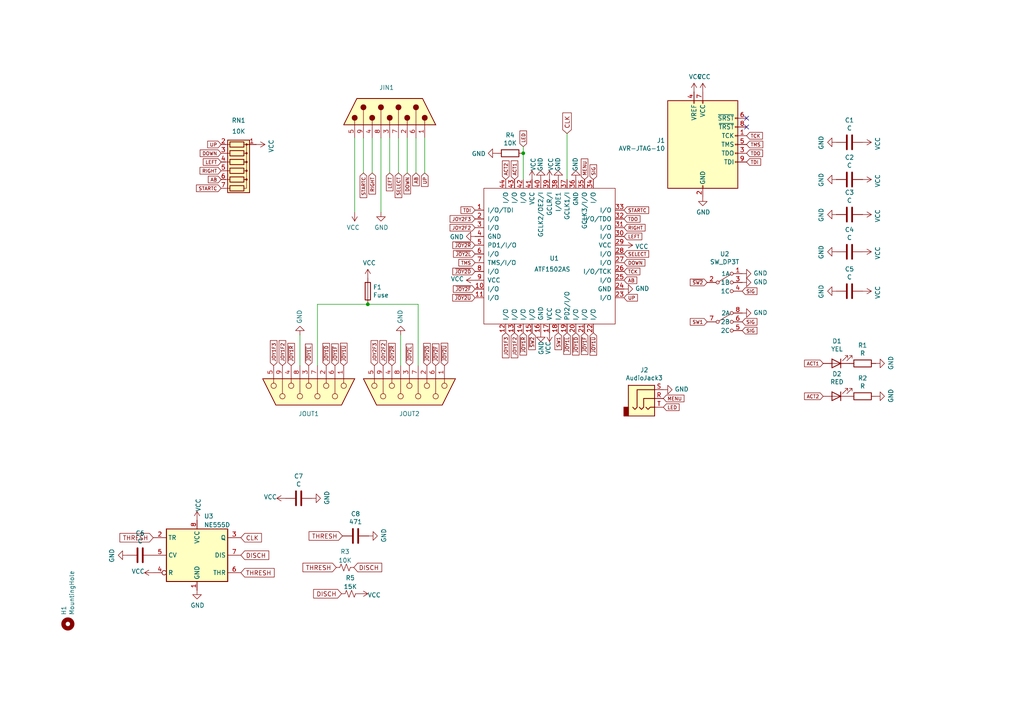
<source format=kicad_sch>
(kicad_sch (version 20230121) (generator eeschema)
  (paper "A4")
  (lib_symbols
    (symbol "Connector:AVR-JTAG-10" (pin_names (offset 1.016))
      (property "Reference" "J" (at -8.89 13.97 0))
      (property "Value" "AVR-JTAG-10" (at 1.27 13.97 0))
      (symbol "AVR-JTAG-10_0_1"
        (rectangle (start -2.667 12.7) (end -2.413 11.938))
        (rectangle (start -0.127 -11.938) (end 0.127 -12.7))
        (rectangle (start -0.127 12.7) (end 0.127 11.938))
        (rectangle (start 10.16 -4.953) (end 9.398 -5.207))
        (rectangle (start 10.16 -2.413) (end 9.398 -2.667))
        (rectangle (start 10.16 0.127) (end 9.398 -0.127))
        (rectangle (start 10.16 2.667) (end 9.398 2.413))
        (rectangle (start 10.16 5.207) (end 9.398 4.953))
        (rectangle (start 10.16 7.747) (end 9.398 7.493))
        (rectangle (start 10.16 12.7) (end -10.16 -12.7) (stroke (width 0.254)) (fill (type background)))
      )
      (symbol "AVR-JTAG-10_1_1"
        (pin passive line (at 12.7 2.54 180) (length 2.54) (name "TCK") (number "1"))
        (pin passive line (at 0 -15.24 90) (length 2.54) hide (name "GND") (number "10"))
        (pin passive line (at 0 -15.24 90) (length 2.54) (name "GND") (number "2"))
        (pin passive line (at 12.7 -2.54 180) (length 2.54) (name "TDO") (number "3"))
        (pin passive line (at -2.54 15.24 270) (length 2.54) (name "VREF") (number "4"))
        (pin passive line (at 12.7 0 180) (length 2.54) (name "TMS") (number "5"))
        (pin passive line (at 12.7 7.62 180) (length 2.54) (name "~{SRST}") (number "6"))
        (pin passive line (at 0 15.24 270) (length 2.54) (name "VCC") (number "7"))
        (pin passive line (at 12.7 5.08 180) (length 2.54) (name "~{TRST}") (number "8"))
        (pin passive line (at 12.7 -5.08 180) (length 2.54) (name "TDI") (number "9"))
      )
    )
    (symbol "Connector:AudioJack3"
      (property "Reference" "J" (at 0 8.89 0))
      (property "Value" "AudioJack3" (at 0 6.35 0))
      (symbol "AudioJack3_0_1"
        (rectangle (start -5.08 -5.08) (end -6.35 -2.54) (stroke (width 0.254)) (fill (type outline)))
        (polyline (pts (xy 0 -2.54) (xy 0.635 -3.175) (xy 1.27 -2.54) (xy 2.54 -2.54)) (stroke (width 0.254)))
        (polyline (pts (xy -1.905 -2.54) (xy -1.27 -3.175) (xy -0.635 -2.54) (xy -0.635 0) (xy 2.54 0)) (stroke (width 0.254)))
        (polyline (pts (xy 2.54 2.54) (xy -2.54 2.54) (xy -2.54 -2.54) (xy -3.175 -3.175) (xy -3.81 -2.54)) (stroke (width 0.254)))
        (rectangle (start 2.54 3.81) (end -5.08 -5.08) (stroke (width 0.254)) (fill (type background)))
      )
      (symbol "AudioJack3_1_1"
        (pin passive line (at 5.08 0 180) (length 2.54) (name "~") (number "R"))
        (pin passive line (at 5.08 2.54 180) (length 2.54) (name "~") (number "S"))
        (pin passive line (at 5.08 -2.54 180) (length 2.54) (name "~") (number "T"))
      )
    )
    (symbol "Connector:DB9_Female" (pin_names (offset 1.016) hide)
      (property "Reference" "J" (at 0 13.97 0))
      (property "Value" "DB9_Female" (at 0 -14.605 0))
      (symbol "DB9_Female_0_1"
        (circle (center -1.778 -10.16) (radius 0.762))
        (circle (center -1.778 -5.08) (radius 0.762))
        (circle (center -1.778 0) (radius 0.762))
        (circle (center -1.778 5.08) (radius 0.762))
        (circle (center -1.778 10.16) (radius 0.762))
        (polyline (pts (xy -3.81 -10.16) (xy -2.54 -10.16)))
        (polyline (pts (xy -3.81 -7.62) (xy 0.508 -7.62)))
        (polyline (pts (xy -3.81 -5.08) (xy -2.54 -5.08)))
        (polyline (pts (xy -3.81 -2.54) (xy 0.508 -2.54)))
        (polyline (pts (xy -3.81 0) (xy -2.54 0)))
        (polyline (pts (xy -3.81 2.54) (xy 0.508 2.54)))
        (polyline (pts (xy -3.81 5.08) (xy -2.54 5.08)))
        (polyline (pts (xy -3.81 7.62) (xy 0.508 7.62)))
        (polyline (pts (xy -3.81 10.16) (xy -2.54 10.16)))
        (polyline (pts (xy -3.81 13.335) (xy -3.81 -13.335) (xy 3.81 -9.525) (xy 3.81 9.525) (xy -3.81 13.335)) (stroke (width 0.254)) (fill (type background)))
        (circle (center 1.27 -7.62) (radius 0.762))
        (circle (center 1.27 -2.54) (radius 0.762))
        (circle (center 1.27 2.54) (radius 0.762))
        (circle (center 1.27 7.62) (radius 0.762))
      )
      (symbol "DB9_Female_1_1"
        (pin passive line (at -7.62 10.16 0) (length 3.81) (name "1") (number "1"))
        (pin passive line (at -7.62 5.08 0) (length 3.81) (name "2") (number "2"))
        (pin passive line (at -7.62 0 0) (length 3.81) (name "3") (number "3"))
        (pin passive line (at -7.62 -5.08 0) (length 3.81) (name "4") (number "4"))
        (pin passive line (at -7.62 -10.16 0) (length 3.81) (name "5") (number "5"))
        (pin passive line (at -7.62 7.62 0) (length 3.81) (name "6") (number "6"))
        (pin passive line (at -7.62 2.54 0) (length 3.81) (name "7") (number "7"))
        (pin passive line (at -7.62 -2.54 0) (length 3.81) (name "8") (number "8"))
        (pin passive line (at -7.62 -7.62 0) (length 3.81) (name "9") (number "9"))
      )
    )
    (symbol "Connector:DB9_Male" (pin_names (offset 1.016) hide)
      (property "Reference" "J" (at 0 13.97 0))
      (property "Value" "DB9_Male" (at 0 -14.605 0))
      (symbol "DB9_Male_0_1"
        (circle (center -1.778 -10.16) (radius 0.762) (fill (type outline)))
        (circle (center -1.778 -5.08) (radius 0.762) (fill (type outline)))
        (circle (center -1.778 0) (radius 0.762) (fill (type outline)))
        (circle (center -1.778 5.08) (radius 0.762) (fill (type outline)))
        (circle (center -1.778 10.16) (radius 0.762) (fill (type outline)))
        (polyline (pts (xy -3.81 -10.16) (xy -2.54 -10.16)))
        (polyline (pts (xy -3.81 -7.62) (xy 0.508 -7.62)))
        (polyline (pts (xy -3.81 -5.08) (xy -2.54 -5.08)))
        (polyline (pts (xy -3.81 -2.54) (xy 0.508 -2.54)))
        (polyline (pts (xy -3.81 0) (xy -2.54 0)))
        (polyline (pts (xy -3.81 2.54) (xy 0.508 2.54)))
        (polyline (pts (xy -3.81 5.08) (xy -2.54 5.08)))
        (polyline (pts (xy -3.81 7.62) (xy 0.508 7.62)))
        (polyline (pts (xy -3.81 10.16) (xy -2.54 10.16)))
        (polyline (pts (xy -3.81 -13.335) (xy -3.81 13.335) (xy 3.81 9.525) (xy 3.81 -9.525) (xy -3.81 -13.335)) (stroke (width 0.254)) (fill (type background)))
        (circle (center 1.27 -7.62) (radius 0.762) (fill (type outline)))
        (circle (center 1.27 -2.54) (radius 0.762) (fill (type outline)))
        (circle (center 1.27 2.54) (radius 0.762) (fill (type outline)))
        (circle (center 1.27 7.62) (radius 0.762) (fill (type outline)))
      )
      (symbol "DB9_Male_1_1"
        (pin passive line (at -7.62 -10.16 0) (length 3.81) (name "1") (number "1"))
        (pin passive line (at -7.62 -5.08 0) (length 3.81) (name "2") (number "2"))
        (pin passive line (at -7.62 0 0) (length 3.81) (name "3") (number "3"))
        (pin passive line (at -7.62 5.08 0) (length 3.81) (name "4") (number "4"))
        (pin passive line (at -7.62 10.16 0) (length 3.81) (name "5") (number "5"))
        (pin passive line (at -7.62 -7.62 0) (length 3.81) (name "6") (number "6"))
        (pin passive line (at -7.62 -2.54 0) (length 3.81) (name "7") (number "7"))
        (pin passive line (at -7.62 2.54 0) (length 3.81) (name "8") (number "8"))
        (pin passive line (at -7.62 7.62 0) (length 3.81) (name "9") (number "9"))
      )
    )
    (symbol "Device:C" (pin_numbers hide) (pin_names (offset 0.254))
      (property "Reference" "C" (at 0.635 2.54 0))
      (property "Value" "C" (at 0.635 -2.54 0))
      (symbol "C_0_1"
        (polyline (pts (xy -2.032 -0.762) (xy 2.032 -0.762)) (stroke (width 0.508)))
        (polyline (pts (xy -2.032 0.762) (xy 2.032 0.762)) (stroke (width 0.508)))
      )
      (symbol "C_1_1"
        (pin passive line (at 0 3.81 270) (length 2.794) (name "~") (number "1"))
        (pin passive line (at 0 -3.81 90) (length 2.794) (name "~") (number "2"))
      )
    )
    (symbol "Device:Fuse" (pin_numbers hide) (pin_names (offset 0))
      (property "Reference" "F" (at 2.032 0 90))
      (property "Value" "Fuse" (at -1.905 0 90))
      (symbol "Fuse_0_1"
        (rectangle (start -0.762 -2.54) (end 0.762 2.54) (stroke (width 0.254)))
        (polyline (pts (xy 0 2.54) (xy 0 -2.54)))
      )
      (symbol "Fuse_1_1"
        (pin passive line (at 0 3.81 270) (length 1.27) (name "~") (number "1"))
        (pin passive line (at 0 -3.81 90) (length 1.27) (name "~") (number "2"))
      )
    )
    (symbol "Device:LED" (pin_numbers hide) (pin_names (offset 1.016) hide)
      (property "Reference" "D" (at 0 2.54 0))
      (property "Value" "LED" (at 0 -2.54 0))
      (symbol "LED_0_1"
        (polyline (pts (xy -1.27 -1.27) (xy -1.27 1.27)) (stroke (width 0.254)))
        (polyline (pts (xy -1.27 0) (xy 1.27 0)))
        (polyline (pts (xy 1.27 -1.27) (xy 1.27 1.27) (xy -1.27 0) (xy 1.27 -1.27)) (stroke (width 0.254)))
        (polyline (pts (xy -3.048 -0.762) (xy -4.572 -2.286) (xy -3.81 -2.286) (xy -4.572 -2.286) (xy -4.572 -1.524)))
        (polyline (pts (xy -1.778 -0.762) (xy -3.302 -2.286) (xy -2.54 -2.286) (xy -3.302 -2.286) (xy -3.302 -1.524)))
      )
      (symbol "LED_1_1"
        (pin passive line (at -3.81 0 0) (length 2.54) (name "K") (number "1"))
        (pin passive line (at 3.81 0 180) (length 2.54) (name "A") (number "2"))
      )
    )
    (symbol "Device:R" (pin_numbers hide) (pin_names (offset 0))
      (property "Reference" "R" (at 2.032 0 90))
      (property "Value" "R" (at 0 0 90))
      (symbol "R_0_1"
        (rectangle (start -1.016 -2.54) (end 1.016 2.54) (stroke (width 0.254)))
      )
      (symbol "R_1_1"
        (pin passive line (at 0 3.81 270) (length 1.27) (name "~") (number "1"))
        (pin passive line (at 0 -3.81 90) (length 1.27) (name "~") (number "2"))
      )
    )
    (symbol "Device:R_Network06" (pin_names (offset 0) hide)
      (property "Reference" "RN" (at -10.16 0 90))
      (property "Value" "R_Network06" (at 7.62 0 90))
      (symbol "R_Network06_0_1"
        (rectangle (start -8.89 -3.175) (end 6.35 3.175) (stroke (width 0.254)) (fill (type background)))
        (rectangle (start -8.382 1.524) (end -6.858 -2.54) (stroke (width 0.254)))
        (circle (center -7.62 2.286) (radius 0.254) (fill (type outline)))
        (rectangle (start -5.842 1.524) (end -4.318 -2.54) (stroke (width 0.254)))
        (circle (center -5.08 2.286) (radius 0.254) (fill (type outline)))
        (rectangle (start -3.302 1.524) (end -1.778 -2.54) (stroke (width 0.254)))
        (circle (center -2.54 2.286) (radius 0.254) (fill (type outline)))
        (rectangle (start -0.762 1.524) (end 0.762 -2.54) (stroke (width 0.254)))
        (polyline (pts (xy -7.62 -2.54) (xy -7.62 -3.81)))
        (polyline (pts (xy -5.08 -2.54) (xy -5.08 -3.81)))
        (polyline (pts (xy -2.54 -2.54) (xy -2.54 -3.81)))
        (polyline (pts (xy 0 -2.54) (xy 0 -3.81)))
        (polyline (pts (xy 2.54 -2.54) (xy 2.54 -3.81)))
        (polyline (pts (xy 5.08 -2.54) (xy 5.08 -3.81)))
        (polyline (pts (xy -7.62 1.524) (xy -7.62 2.286) (xy -5.08 2.286) (xy -5.08 1.524)))
        (polyline (pts (xy -5.08 1.524) (xy -5.08 2.286) (xy -2.54 2.286) (xy -2.54 1.524)))
        (polyline (pts (xy -2.54 1.524) (xy -2.54 2.286) (xy 0 2.286) (xy 0 1.524)))
        (polyline (pts (xy 0 1.524) (xy 0 2.286) (xy 2.54 2.286) (xy 2.54 1.524)))
        (polyline (pts (xy 2.54 1.524) (xy 2.54 2.286) (xy 5.08 2.286) (xy 5.08 1.524)))
        (circle (center 0 2.286) (radius 0.254) (fill (type outline)))
        (rectangle (start 1.778 1.524) (end 3.302 -2.54) (stroke (width 0.254)))
        (circle (center 2.54 2.286) (radius 0.254) (fill (type outline)))
        (rectangle (start 4.318 1.524) (end 5.842 -2.54) (stroke (width 0.254)))
      )
      (symbol "R_Network06_1_1"
        (pin passive line (at -7.62 5.08 270) (length 2.54) (name "common") (number "1"))
        (pin passive line (at -7.62 -5.08 90) (length 1.27) (name "R1") (number "2"))
        (pin passive line (at -5.08 -5.08 90) (length 1.27) (name "R2") (number "3"))
        (pin passive line (at -2.54 -5.08 90) (length 1.27) (name "R3") (number "4"))
        (pin passive line (at 0 -5.08 90) (length 1.27) (name "R4") (number "5"))
        (pin passive line (at 2.54 -5.08 90) (length 1.27) (name "R5") (number "6"))
        (pin passive line (at 5.08 -5.08 90) (length 1.27) (name "R6") (number "7"))
      )
    )
    (symbol "Device:R_Small_US" (pin_numbers hide) (pin_names (offset 0.254) hide)
      (property "Reference" "R" (at 0.762 0.508 0))
      (property "Value" "R_Small_US" (at 0.762 -1.016 0))
      (symbol "R_Small_US_1_1"
        (polyline (pts (xy 0 0) (xy 1.016 -0.381) (xy 0 -0.762) (xy -1.016 -1.143) (xy 0 -1.524)))
        (polyline (pts (xy 0 1.524) (xy 1.016 1.143) (xy 0 0.762) (xy -1.016 0.381) (xy 0 0)))
        (pin passive line (at 0 2.54 270) (length 1.016) (name "~") (number "1"))
        (pin passive line (at 0 -2.54 90) (length 1.016) (name "~") (number "2"))
      )
    )
    (symbol "Mechanical:MountingHole" (pin_names (offset 1.016))
      (property "Reference" "H" (at 0 5.08 0))
      (property "Value" "MountingHole" (at 0 3.175 0))
      (symbol "MountingHole_0_1"
        (circle (center 0 0) (radius 1.27) (stroke (width 1.27)))
      )
    )
    (symbol "Timer:NE555D"
      (property "Reference" "U" (at -10.16 8.89 0))
      (property "Value" "NE555D" (at 2.54 8.89 0))
      (symbol "NE555D_0_0"
        (pin power_in line (at 0 -10.16 90) (length 2.54) (name "GND") (number "1"))
        (pin power_in line (at 0 10.16 270) (length 2.54) (name "VCC") (number "8"))
      )
      (symbol "NE555D_0_1"
        (rectangle (start -8.89 -7.62) (end 8.89 7.62) (stroke (width 0.254)) (fill (type background)))
        (rectangle (start -8.89 -7.62) (end 8.89 7.62) (stroke (width 0.254)) (fill (type background)))
      )
      (symbol "NE555D_1_1"
        (pin input line (at -12.7 5.08 0) (length 3.81) (name "TR") (number "2"))
        (pin output line (at 12.7 5.08 180) (length 3.81) (name "Q") (number "3"))
        (pin input inverted (at -12.7 -5.08 0) (length 3.81) (name "R") (number "4"))
        (pin input line (at -12.7 0 0) (length 3.81) (name "CV") (number "5"))
        (pin input line (at 12.7 -5.08 180) (length 3.81) (name "THR") (number "6"))
        (pin input line (at 12.7 0 180) (length 3.81) (name "DIS") (number "7"))
      )
    )
    (symbol "atf1502as:ATF1502AS" (pin_names (offset 1.016))
      (property "Reference" "U" (at 19.05 17.78 0))
      (property "Value" "ATF1502AS" (at 19.05 15.24 0))
      (symbol "ATF1502AS_0_1"
        (rectangle (start 0 0) (end 38.1 -39.37))
      )
      (symbol "ATF1502AS_1_1"
        (pin bidirectional line (at -2.54 -6.35 0) (length 2.54) (name "I/O/TDI") (number "1"))
        (pin bidirectional line (at -2.54 -29.21 0) (length 2.54) (name "I/O") (number "10"))
        (pin bidirectional line (at -2.54 -31.75 0) (length 2.54) (name "I/O") (number "11"))
        (pin bidirectional line (at 6.35 -41.91 90) (length 2.54) (name "I/O") (number "12"))
        (pin bidirectional line (at 8.89 -41.91 90) (length 2.54) (name "I/O") (number "13"))
        (pin bidirectional line (at 11.43 -41.91 90) (length 2.54) (name "I/O") (number "14"))
        (pin bidirectional line (at 13.97 -41.91 90) (length 2.54) (name "I/O") (number "15"))
        (pin passive line (at 16.51 -41.91 90) (length 2.54) (name "GND") (number "16"))
        (pin passive line (at 19.05 -41.91 90) (length 2.54) (name "VCC") (number "17"))
        (pin bidirectional line (at 21.59 -41.91 90) (length 2.54) (name "I/O") (number "18"))
        (pin bidirectional line (at 24.13 -41.91 90) (length 2.54) (name "PD2/I/O") (number "19"))
        (pin bidirectional line (at -2.54 -8.89 0) (length 2.54) (name "I/O") (number "2"))
        (pin bidirectional line (at 26.67 -41.91 90) (length 2.54) (name "I/O") (number "20"))
        (pin bidirectional line (at 29.21 -41.91 90) (length 2.54) (name "I/O") (number "21"))
        (pin bidirectional line (at 31.75 -41.91 90) (length 2.54) (name "I/O") (number "22"))
        (pin bidirectional line (at 40.64 -31.75 180) (length 2.54) (name "I/O") (number "23"))
        (pin passive line (at 40.64 -29.21 180) (length 2.54) (name "GND") (number "24"))
        (pin bidirectional line (at 40.64 -26.67 180) (length 2.54) (name "I/O") (number "25"))
        (pin bidirectional line (at 40.64 -24.13 180) (length 2.54) (name "I/O/TCK") (number "26"))
        (pin bidirectional line (at 40.64 -21.59 180) (length 2.54) (name "I/O") (number "27"))
        (pin bidirectional line (at 40.64 -19.05 180) (length 2.54) (name "I/O") (number "28"))
        (pin passive line (at 40.64 -16.51 180) (length 2.54) (name "VCC") (number "29"))
        (pin bidirectional line (at -2.54 -11.43 0) (length 2.54) (name "I/O") (number "3"))
        (pin bidirectional line (at 40.64 -13.97 180) (length 2.54) (name "I/O") (number "30"))
        (pin bidirectional line (at 40.64 -11.43 180) (length 2.54) (name "I/O") (number "31"))
        (pin bidirectional line (at 40.64 -8.89 180) (length 2.54) (name "I/O/TDO") (number "32"))
        (pin bidirectional line (at 40.64 -6.35 180) (length 2.54) (name "I/O") (number "33"))
        (pin bidirectional line (at 31.75 2.54 270) (length 2.54) (name "I/O") (number "34"))
        (pin bidirectional line (at 29.21 2.54 270) (length 2.54) (name "GCLK3/I/O") (number "35"))
        (pin passive line (at 26.67 2.54 270) (length 2.54) (name "GND") (number "36"))
        (pin input line (at 24.13 2.54 270) (length 2.54) (name "GCLK1/I") (number "37"))
        (pin input line (at 21.59 2.54 270) (length 2.54) (name "I/OE1") (number "38"))
        (pin input line (at 19.05 2.54 270) (length 2.54) (name "GCLR/I") (number "39"))
        (pin passive line (at -2.54 -13.97 0) (length 2.54) (name "GND") (number "4"))
        (pin input line (at 16.51 2.54 270) (length 2.54) (name "GCLK2/OE2/I") (number "40"))
        (pin passive line (at 13.97 2.54 270) (length 2.54) (name "VCC") (number "41"))
        (pin bidirectional line (at 11.43 2.54 270) (length 2.54) (name "I/O") (number "42"))
        (pin bidirectional line (at 8.89 2.54 270) (length 2.54) (name "I/O") (number "43"))
        (pin bidirectional line (at 6.35 2.54 270) (length 2.54) (name "I/O") (number "44"))
        (pin bidirectional line (at -2.54 -16.51 0) (length 2.54) (name "PD1/I/O") (number "5"))
        (pin bidirectional line (at -2.54 -19.05 0) (length 2.54) (name "I/O") (number "6"))
        (pin bidirectional line (at -2.54 -21.59 0) (length 2.54) (name "TMS/I/O") (number "7"))
        (pin bidirectional line (at -2.54 -24.13 0) (length 2.54) (name "I/O") (number "8"))
        (pin passive line (at -2.54 -26.67 0) (length 2.54) (name "VCC") (number "9"))
      )
    )
    (symbol "power:GND" (power) (pin_names (offset 0))
      (property "Value" "GND" (at 0 -3.81 0))
      (symbol "GND_0_1"
        (polyline (pts (xy 0 0) (xy 0 -1.27) (xy 1.27 -1.27) (xy 0 -2.54) (xy -1.27 -1.27) (xy 0 -1.27)))
      )
      (symbol "GND_1_1"
        (pin power_in line (at 0 0 270) (length 0) hide (name "GND") (number "1"))
      )
    )
    (symbol "power:VCC" (power) (pin_names (offset 0))
      (property "Value" "VCC" (at 0 3.81 0))
      (symbol "VCC_0_1"
        (polyline (pts (xy -0.762 1.27) (xy 0 2.54)))
        (polyline (pts (xy 0 0) (xy 0 2.54)))
        (polyline (pts (xy 0 2.54) (xy 0.762 1.27)))
      )
      (symbol "VCC_1_1"
        (pin power_in line (at 0 0 90) (length 0) hide (name "VCC") (number "1"))
      )
    )
    (symbol "symbols:SW_DP3T" (pin_names (offset 1.016))
      (property "Reference" "U" (at 0 0 0))
      (property "Value" "SW_DP3T" (at 0 -2.54 0))
      (symbol "SW_DP3T_0_1"
        (circle (center -2.032 -22.86) (radius 0.4572))
        (circle (center -2.032 -11.43) (radius 0.4572))
        (polyline (pts (xy -1.651 -22.606) (xy 1.651 -20.574)))
        (polyline (pts (xy -1.651 -11.176) (xy 1.651 -9.144)))
        (circle (center 2.032 -25.4) (radius 0.4572))
        (circle (center 2.032 -22.86) (radius 0.4572))
        (circle (center 2.032 -20.32) (radius 0.4572))
        (circle (center 2.032 -13.97) (radius 0.4572))
        (circle (center 2.032 -11.43) (radius 0.4572))
        (circle (center 2.032 -8.89) (radius 0.4572))
        (pin passive line (at 5.08 -8.89 180) (length 2.54) (name "1A") (number "1"))
        (pin passive line (at -5.08 -11.43 0) (length 2.54) (name "~") (number "2"))
        (pin passive line (at 5.08 -11.43 180) (length 2.54) (name "1B") (number "3"))
        (pin passive line (at 5.08 -13.97 180) (length 2.54) (name "1C") (number "4"))
        (pin passive line (at 5.08 -25.4 180) (length 2.54) (name "2C") (number "5"))
        (pin passive line (at 5.08 -22.86 180) (length 2.54) (name "2B") (number "6"))
        (pin passive line (at -5.08 -22.86 0) (length 2.54) (name "~") (number "7"))
        (pin passive line (at 5.08 -20.32 180) (length 2.54) (name "2A") (number "8"))
      )
    )
  )
  (junction (at 151.765 44.45))
  (junction (at 106.68 88.265))
  (no_connect (at 216.535 34.29))
  (no_connect (at 216.535 36.83))
  (wire (pts (xy 151.765 42.545) (xy 151.765 44.45)))
  (wire (pts (xy 86.995 97.155) (xy 86.995 106.045)))
  (wire (pts (xy 118.11 40.005) (xy 118.11 50.165)))
  (wire (pts (xy 107.95 40.005) (xy 107.95 50.165)))
  (wire (pts (xy 115.57 40.005) (xy 115.57 50.165)))
  (wire (pts (xy 151.765 44.45) (xy 151.765 52.07)))
  (wire (pts (xy 121.285 88.265) (xy 106.68 88.265)))
  (wire (pts (xy 92.075 88.265) (xy 92.075 106.045)))
  (wire (pts (xy 106.68 88.265) (xy 92.075 88.265)))
  (wire (pts (xy 123.19 40.005) (xy 123.19 50.165)))
  (wire (pts (xy 116.205 97.155) (xy 116.205 106.045)))
  (wire (pts (xy 164.465 38.735) (xy 164.465 52.07)))
  (wire (pts (xy 113.03 40.005) (xy 113.03 50.165)))
  (wire (pts (xy 102.87 40.005) (xy 102.87 61.595)))
  (wire (pts (xy 105.41 40.005) (xy 105.41 50.165)))
  (wire (pts (xy 110.49 40.005) (xy 110.49 61.595)))
  (wire (pts (xy 120.65 40.005) (xy 120.65 50.165)))
  (wire (pts (xy 121.285 88.265) (xy 121.285 106.045)))
  (global_label "AB" (shape input) (at 120.65 50.165 270) (effects (font (size 0.9906 0.9906))) (property "Intersheetrefs" "${INTERSHEET_REFS}" (effects hide)))
  (global_label "SIG" (shape input) (at 172.085 52.07 90) (effects (font (size 0.9906 0.9906))) (property "Intersheetrefs" "${INTERSHEET_REFS}" (effects hide)))
  (global_label "~{JOY1F}" (shape input) (at 169.545 96.52 270) (effects (font (size 0.9906 0.9906))) (property "Intersheetrefs" "${INTERSHEET_REFS}" (effects hide)))
  (global_label "TDO" (shape input) (at 180.975 63.5 0) (effects (font (size 0.9906 0.9906))) (property "Intersheetrefs" "${INTERSHEET_REFS}" (effects hide)))
  (global_label "JOY1F2" (shape input) (at 81.915 106.045 90) (effects (font (size 0.9906 0.9906))) (property "Intersheetrefs" "${INTERSHEET_REFS}" (effects hide)))
  (global_label "~{JOY2D}" (shape input) (at 123.825 106.045 90) (effects (font (size 0.9906 0.9906))) (property "Intersheetrefs" "${INTERSHEET_REFS}" (effects hide)))
  (global_label "CLK" (shape input) (at 69.85 155.956 0) (property "Intersheetrefs" "${INTERSHEET_REFS}" (effects hide)))
  (global_label "~{JOY2L}" (shape input) (at 118.745 106.045 90) (effects (font (size 0.9906 0.9906))) (property "Intersheetrefs" "${INTERSHEET_REFS}" (effects hide)))
  (global_label "AB" (shape input) (at 180.975 81.28 0) (effects (font (size 0.9906 0.9906))) (property "Intersheetrefs" "${INTERSHEET_REFS}" (effects hide)))
  (global_label "UP" (shape input) (at 64.135 41.91 180) (effects (font (size 0.9906 0.9906))) (property "Intersheetrefs" "${INTERSHEET_REFS}" (effects hide)))
  (global_label "DOWN" (shape input) (at 118.11 50.165 270) (effects (font (size 0.9906 0.9906))) (property "Intersheetrefs" "${INTERSHEET_REFS}" (effects hide)))
  (global_label "STARTC" (shape input) (at 64.135 54.61 180) (effects (font (size 0.9906 0.9906))) (property "Intersheetrefs" "${INTERSHEET_REFS}" (effects hide)))
  (global_label "SELECT" (shape input) (at 180.975 73.66 0) (effects (font (size 0.9906 0.9906))) (property "Intersheetrefs" "${INTERSHEET_REFS}" (effects hide)))
  (global_label "JOY2F3" (shape input) (at 108.585 106.045 90) (effects (font (size 0.9906 0.9906))) (property "Intersheetrefs" "${INTERSHEET_REFS}" (effects hide)))
  (global_label "~{JOY1D}" (shape input) (at 94.615 106.045 90) (effects (font (size 0.9906 0.9906))) (property "Intersheetrefs" "${INTERSHEET_REFS}" (effects hide)))
  (global_label "MENU" (shape input) (at 192.405 115.57 0) (effects (font (size 0.9906 0.9906))) (property "Intersheetrefs" "${INTERSHEET_REFS}" (effects hide)))
  (global_label "THRESH" (shape input) (at 97.536 164.592 180) (property "Intersheetrefs" "${INTERSHEET_REFS}" (effects hide)))
  (global_label "~{JOY1F}" (shape input) (at 97.155 106.045 90) (effects (font (size 0.9906 0.9906))) (property "Intersheetrefs" "${INTERSHEET_REFS}" (effects hide)))
  (global_label "~{JOY2R}" (shape input) (at 137.795 71.12 180) (effects (font (size 0.9906 0.9906))) (property "Intersheetrefs" "${INTERSHEET_REFS}" (effects hide)))
  (global_label "LEFT" (shape input) (at 113.03 50.165 270) (effects (font (size 0.9906 0.9906))) (property "Intersheetrefs" "${INTERSHEET_REFS}" (effects hide)))
  (global_label "CLK" (shape input) (at 164.465 38.735 90) (property "Intersheetrefs" "${INTERSHEET_REFS}" (effects hide)))
  (global_label "~{JOY2D}" (shape input) (at 137.795 78.74 180) (effects (font (size 0.9906 0.9906))) (property "Intersheetrefs" "${INTERSHEET_REFS}" (effects hide)))
  (global_label "RIGHT" (shape input) (at 64.135 49.53 180) (effects (font (size 0.9906 0.9906))) (property "Intersheetrefs" "${INTERSHEET_REFS}" (effects hide)))
  (global_label "AB" (shape input) (at 64.135 52.07 180) (effects (font (size 0.9906 0.9906))) (property "Intersheetrefs" "${INTERSHEET_REFS}" (effects hide)))
  (global_label "TDO" (shape input) (at 216.535 44.45 0) (effects (font (size 0.9906 0.9906))) (property "Intersheetrefs" "${INTERSHEET_REFS}" (effects hide)))
  (global_label "~{JOY1R}" (shape input) (at 84.455 106.045 90) (effects (font (size 0.9906 0.9906))) (property "Intersheetrefs" "${INTERSHEET_REFS}" (effects hide)))
  (global_label "ACT2" (shape input) (at 238.76 114.935 180) (effects (font (size 0.9906 0.9906))) (property "Intersheetrefs" "${INTERSHEET_REFS}" (effects hide)))
  (global_label "JOY2F2" (shape input) (at 111.125 106.045 90) (effects (font (size 0.9906 0.9906))) (property "Intersheetrefs" "${INTERSHEET_REFS}" (effects hide)))
  (global_label "JOY2F3" (shape input) (at 137.795 63.5 180) (effects (font (size 0.9906 0.9906))) (property "Intersheetrefs" "${INTERSHEET_REFS}" (effects hide)))
  (global_label "TDI" (shape input) (at 216.535 46.99 0) (effects (font (size 0.9906 0.9906))) (property "Intersheetrefs" "${INTERSHEET_REFS}" (effects hide)))
  (global_label "~{SW2}" (shape input) (at 154.305 96.52 270) (effects (font (size 0.9906 0.9906))) (property "Intersheetrefs" "${INTERSHEET_REFS}" (effects hide)))
  (global_label "TMS" (shape input) (at 216.535 41.91 0) (effects (font (size 0.9906 0.9906))) (property "Intersheetrefs" "${INTERSHEET_REFS}" (effects hide)))
  (global_label "ACT1" (shape input) (at 238.76 105.41 180) (effects (font (size 0.9906 0.9906))) (property "Intersheetrefs" "${INTERSHEET_REFS}" (effects hide)))
  (global_label "JOY1F2" (shape input) (at 149.225 96.52 270) (effects (font (size 0.9906 0.9906))) (property "Intersheetrefs" "${INTERSHEET_REFS}" (effects hide)))
  (global_label "LED" (shape input) (at 192.405 118.11 0) (effects (font (size 0.9906 0.9906))) (property "Intersheetrefs" "${INTERSHEET_REFS}" (effects hide)))
  (global_label "~{JOY2F}" (shape input) (at 137.795 83.82 180) (effects (font (size 0.9906 0.9906))) (property "Intersheetrefs" "${INTERSHEET_REFS}" (effects hide)))
  (global_label "~{JOY2F}" (shape input) (at 126.365 106.045 90) (effects (font (size 0.9906 0.9906))) (property "Intersheetrefs" "${INTERSHEET_REFS}" (effects hide)))
  (global_label "~{JOY1U}" (shape input) (at 99.695 106.045 90) (effects (font (size 0.9906 0.9906))) (property "Intersheetrefs" "${INTERSHEET_REFS}" (effects hide)))
  (global_label "~{JOY1L}" (shape input) (at 89.535 106.045 90) (effects (font (size 0.9906 0.9906))) (property "Intersheetrefs" "${INTERSHEET_REFS}" (effects hide)))
  (global_label "THRESH" (shape input) (at 99.314 155.448 180) (property "Intersheetrefs" "${INTERSHEET_REFS}" (effects hide)))
  (global_label "TMS" (shape input) (at 137.795 76.2 180) (effects (font (size 0.9906 0.9906))) (property "Intersheetrefs" "${INTERSHEET_REFS}" (effects hide)))
  (global_label "~{JOY2L}" (shape input) (at 137.795 73.66 180) (effects (font (size 0.9906 0.9906))) (property "Intersheetrefs" "${INTERSHEET_REFS}" (effects hide)))
  (global_label "~{JOY1D}" (shape input) (at 167.005 96.52 270) (effects (font (size 0.9906 0.9906))) (property "Intersheetrefs" "${INTERSHEET_REFS}" (effects hide)))
  (global_label "~{SW2}" (shape input) (at 205.105 81.915 180) (effects (font (size 0.9906 0.9906))) (property "Intersheetrefs" "${INTERSHEET_REFS}" (effects hide)))
  (global_label "LEFT" (shape input) (at 180.975 68.58 0) (effects (font (size 0.9906 0.9906))) (property "Intersheetrefs" "${INTERSHEET_REFS}" (effects hide)))
  (global_label "RIGHT" (shape input) (at 180.975 66.04 0) (effects (font (size 0.9906 0.9906))) (property "Intersheetrefs" "${INTERSHEET_REFS}" (effects hide)))
  (global_label "~{JOY2U}" (shape input) (at 128.905 106.045 90) (effects (font (size 0.9906 0.9906))) (property "Intersheetrefs" "${INTERSHEET_REFS}" (effects hide)))
  (global_label "DISCH" (shape input) (at 69.85 161.036 0) (property "Intersheetrefs" "${INTERSHEET_REFS}" (effects hide)))
  (global_label "DISCH" (shape input) (at 99.06 172.212 180) (property "Intersheetrefs" "${INTERSHEET_REFS}" (effects hide)))
  (global_label "~{JOY1R}" (shape input) (at 151.765 96.52 270) (effects (font (size 0.9906 0.9906))) (property "Intersheetrefs" "${INTERSHEET_REFS}" (effects hide)))
  (global_label "ACT1" (shape input) (at 149.225 52.07 90) (effects (font (size 0.9906 0.9906))) (property "Intersheetrefs" "${INTERSHEET_REFS}" (effects hide)))
  (global_label "THRESH" (shape input) (at 44.45 155.956 180) (property "Intersheetrefs" "${INTERSHEET_REFS}" (effects hide)))
  (global_label "LED" (shape input) (at 151.765 42.545 90) (effects (font (size 0.9906 0.9906))) (property "Intersheetrefs" "${INTERSHEET_REFS}" (effects hide)))
  (global_label "DOWN" (shape input) (at 64.135 44.45 180) (effects (font (size 0.9906 0.9906))) (property "Intersheetrefs" "${INTERSHEET_REFS}" (effects hide)))
  (global_label "MENU" (shape input) (at 169.545 52.07 90) (effects (font (size 0.9906 0.9906))) (property "Intersheetrefs" "${INTERSHEET_REFS}" (effects hide)))
  (global_label "UP" (shape input) (at 180.975 86.36 0) (effects (font (size 0.9906 0.9906))) (property "Intersheetrefs" "${INTERSHEET_REFS}" (effects hide)))
  (global_label "STARTC" (shape input) (at 180.975 60.96 0) (effects (font (size 0.9906 0.9906))) (property "Intersheetrefs" "${INTERSHEET_REFS}" (effects hide)))
  (global_label "STARTC" (shape input) (at 105.41 50.165 270) (effects (font (size 0.9906 0.9906))) (property "Intersheetrefs" "${INTERSHEET_REFS}" (effects hide)))
  (global_label "SW1" (shape input) (at 161.925 96.52 270) (effects (font (size 0.9906 0.9906))) (property "Intersheetrefs" "${INTERSHEET_REFS}" (effects hide)))
  (global_label "UP" (shape input) (at 123.19 50.165 270) (effects (font (size 0.9906 0.9906))) (property "Intersheetrefs" "${INTERSHEET_REFS}" (effects hide)))
  (global_label "JOY1F3" (shape input) (at 79.375 106.045 90) (effects (font (size 0.9906 0.9906))) (property "Intersheetrefs" "${INTERSHEET_REFS}" (effects hide)))
  (global_label "LEFT" (shape input) (at 64.135 46.99 180) (effects (font (size 0.9906 0.9906))) (property "Intersheetrefs" "${INTERSHEET_REFS}" (effects hide)))
  (global_label "TCK" (shape input) (at 216.535 39.37 0) (effects (font (size 0.9906 0.9906))) (property "Intersheetrefs" "${INTERSHEET_REFS}" (effects hide)))
  (global_label "ACT2" (shape input) (at 146.685 52.07 90) (effects (font (size 0.9906 0.9906))) (property "Intersheetrefs" "${INTERSHEET_REFS}" (effects hide)))
  (global_label "~{JOY2R}" (shape input) (at 113.665 106.045 90) (effects (font (size 0.9906 0.9906))) (property "Intersheetrefs" "${INTERSHEET_REFS}" (effects hide)))
  (global_label "JOY1F3" (shape input) (at 146.685 96.52 270) (effects (font (size 0.9906 0.9906))) (property "Intersheetrefs" "${INTERSHEET_REFS}" (effects hide)))
  (global_label "THRESH" (shape input) (at 69.85 166.116 0) (property "Intersheetrefs" "${INTERSHEET_REFS}" (effects hide)))
  (global_label "~{JOY1U}" (shape input) (at 172.085 96.52 270) (effects (font (size 0.9906 0.9906))) (property "Intersheetrefs" "${INTERSHEET_REFS}" (effects hide)))
  (global_label "RIGHT" (shape input) (at 107.95 50.165 270) (effects (font (size 0.9906 0.9906))) (property "Intersheetrefs" "${INTERSHEET_REFS}" (effects hide)))
  (global_label "SIG" (shape input) (at 215.265 84.455 0) (effects (font (size 0.9906 0.9906))) (property "Intersheetrefs" "${INTERSHEET_REFS}" (effects hide)))
  (global_label "JOY2F2" (shape input) (at 137.795 66.04 180) (effects (font (size 0.9906 0.9906))) (property "Intersheetrefs" "${INTERSHEET_REFS}" (effects hide)))
  (global_label "DISCH" (shape input) (at 102.616 164.592 0) (property "Intersheetrefs" "${INTERSHEET_REFS}" (effects hide)))
  (global_label "~{JOY1L}" (shape input) (at 164.465 96.52 270) (effects (font (size 0.9906 0.9906))) (property "Intersheetrefs" "${INTERSHEET_REFS}" (effects hide)))
  (global_label "SW1" (shape input) (at 205.105 93.345 180) (effects (font (size 0.9906 0.9906))) (property "Intersheetrefs" "${INTERSHEET_REFS}" (effects hide)))
  (global_label "SELECT" (shape input) (at 115.57 50.165 270) (effects (font (size 0.9906 0.9906))) (property "Intersheetrefs" "${INTERSHEET_REFS}" (effects hide)))
  (global_label "TDI" (shape input) (at 137.795 60.96 180) (effects (font (size 0.9906 0.9906))) (property "Intersheetrefs" "${INTERSHEET_REFS}" (effects hide)))
  (global_label "DOWN" (shape input) (at 180.975 76.2 0) (effects (font (size 0.9906 0.9906))) (property "Intersheetrefs" "${INTERSHEET_REFS}" (effects hide)))
  (global_label "TCK" (shape input) (at 180.975 78.74 0) (effects (font (size 0.9906 0.9906))) (property "Intersheetrefs" "${INTERSHEET_REFS}" (effects hide)))
  (global_label "SIG" (shape input) (at 215.265 95.885 0) (effects (font (size 0.9906 0.9906))) (property "Intersheetrefs" "${INTERSHEET_REFS}" (effects hide)))
  (global_label "SIG" (shape input) (at 215.265 93.345 0) (effects (font (size 0.9906 0.9906))) (property "Intersheetrefs" "${INTERSHEET_REFS}" (effects hide)))
  (global_label "~{JOY2U}" (shape input) (at 137.795 86.36 180) (effects (font (size 0.9906 0.9906))) (property "Intersheetrefs" "${INTERSHEET_REFS}" (effects hide)))
  (symbol (lib_id "Connector:DB9_Male") (at 113.03 32.385 90) (unit 1)
    (property "Reference" "JIN1" (at 114.3 25.4 90) (effects (justify left)))
    (property "Value" "DB9_Male" (effects hide))
    (property "Footprint" "symbols:DB9_MALE_D09P13B4PA00LF" (effects hide))
    (property "Datasheet" " ~" (effects hide))
  )
  (symbol (lib_id "Connector:DB9_Female") (at 89.535 113.665 270) (unit 1)
    (property "Reference" "JOUT1" (at 89.535 120.015 90))
    (property "Value" "DB9_Female" (effects hide))
    (property "Footprint" "symbols:DB9_FEMALE_D09S33E4GL00LF" (effects hide))
    (property "Datasheet" " ~" (effects hide))
  )
  (symbol (lib_id "power:GND") (at 110.49 61.595 0) (unit 1)
    (property "Reference" "#PWR0101" (effects hide))
    (property "Value" "GND" (at 110.617 65.9892 0))
  )
  (symbol (lib_id "power:VCC") (at 102.87 61.595 180) (unit 1)
    (property "Reference" "#PWR0102" (effects hide))
    (property "Value" "VCC" (at 102.4128 65.9892 0))
  )
  (symbol (lib_id "Mechanical:MountingHole") (at 19.685 180.975 90) (unit 1)
    (property "Reference" "H1" (at 18.5166 178.435 0) (effects (justify left)))
    (property "Value" "MountingHole" (at 20.828 178.435 0) (effects (justify left)))
    (property "Footprint" "MountingHole:MountingHole_6.4mm_M6" (effects hide))
  )
  (symbol (lib_id "Connector:DB9_Female") (at 118.745 113.665 270) (unit 1)
    (property "Reference" "JOUT2" (at 118.745 120.015 90))
    (property "Value" "DB9_Female" (effects hide))
    (property "Footprint" "symbols:DB9_FEMALE_D09S33E4GL00LF" (effects hide))
    (property "Datasheet" " ~" (effects hide))
  )
  (symbol (lib_id "power:GND") (at 116.205 97.155 180) (unit 1)
    (property "Reference" "#PWR0143" (effects hide))
    (property "Value" "GND" (at 116.078 93.9038 90) (effects (justify right)))
  )
  (symbol (lib_id "power:GND") (at 86.995 97.155 180) (unit 1)
    (property "Reference" "#PWR0119" (effects hide))
    (property "Value" "GND" (at 86.868 93.9038 90) (effects (justify right)))
  )
  (symbol (lib_id "power:VCC") (at 106.68 80.645 0) (unit 1)
    (property "Reference" "#PWR0118" (effects hide))
    (property "Value" "VCC" (at 107.1118 76.2508 0))
  )
  (symbol (lib_id "Connector:AudioJack3") (at 187.325 115.57 0) (unit 1)
    (property "Reference" "J2" (at 186.8678 107.315 0))
    (property "Value" "AudioJack3" (at 186.8678 109.6264 0))
    (property "Footprint" "AudioJack:STX-3000" (effects hide))
  )
  (symbol (lib_id "power:GND") (at 192.405 113.03 90) (unit 1)
    (property "Reference" "#PWR03" (effects hide))
    (property "Value" "GND" (at 195.6562 112.903 90) (effects (justify right)))
  )
  (symbol (lib_id "Device:LED") (at 242.57 105.41 180) (unit 1)
    (property "Reference" "D1" (at 242.7478 98.933 0))
    (property "Value" "YEL" (at 242.7478 101.2444 0))
    (property "Footprint" "LED_THT:LED_D3.0mm" (effects hide))
  )
  (symbol (lib_id "Device:Fuse") (at 106.68 84.455 0) (unit 1)
    (property "Reference" "F1" (at 108.204 83.2866 0) (effects (justify left)))
    (property "Value" "Fuse" (at 108.204 85.598 0) (effects (justify left)))
    (property "Footprint" "symbols:Fuse" (effects hide))
  )
  (symbol (lib_id "Device:LED") (at 242.57 114.935 180) (unit 1)
    (property "Reference" "D2" (at 242.7478 108.458 0))
    (property "Value" "RED" (at 242.7478 110.7694 0))
    (property "Footprint" "LED_THT:LED_D3.0mm" (effects hide))
  )
  (symbol (lib_id "Device:R") (at 250.19 105.41 270) (unit 1)
    (property "Reference" "R1" (at 250.19 100.1522 90))
    (property "Value" "R" (at 250.19 102.4636 90))
    (property "Footprint" "Resistor_THT:R_Axial_DIN0207_L6.3mm_D2.5mm_P10.16mm_Horizontal" (effects hide))
  )
  (symbol (lib_id "Device:R") (at 250.19 114.935 270) (unit 1)
    (property "Reference" "R2" (at 250.19 109.6772 90))
    (property "Value" "R" (at 250.19 111.9886 90))
    (property "Footprint" "Resistor_THT:R_Axial_DIN0207_L6.3mm_D2.5mm_P10.16mm_Horizontal" (effects hide))
  )
  (symbol (lib_id "power:GND") (at 254 105.41 90) (unit 1)
    (property "Reference" "#PWR01" (effects hide))
    (property "Value" "GND" (at 258.3942 105.283 0))
  )
  (symbol (lib_id "power:GND") (at 254 114.935 90) (unit 1)
    (property "Reference" "#PWR02" (effects hide))
    (property "Value" "GND" (at 258.3942 114.808 0))
  )
  (symbol (lib_id "atf1502as:ATF1502AS") (at 140.335 54.61 0) (unit 1)
    (property "Reference" "U1" (at 159.385 74.93 0) (effects (justify left)))
    (property "Value" "ATF1502AS" (at 154.94 78.105 0) (effects (justify left)))
    (property "Footprint" "Package_QFP:TQFP-44_10x10mm_P0.8mm" (effects hide))
  )
  (symbol (lib_id "Connector:AVR-JTAG-10") (at 203.835 41.91 0) (unit 1)
    (property "Reference" "J1" (at 192.913 40.7416 0) (effects (justify right)))
    (property "Value" "AVR-JTAG-10" (at 192.913 43.053 0) (effects (justify right)))
    (property "Footprint" "Connector_PinHeader_2.54mm:PinHeader_2x05_P2.54mm_Vertical" (effects hide))
    (property "Datasheet" " ~" (effects hide))
  )
  (symbol (lib_id "power:GND") (at 203.835 57.15 0) (unit 1)
    (property "Reference" "#PWR0103" (effects hide))
    (property "Value" "GND" (at 203.962 61.5442 0))
  )
  (symbol (lib_id "power:VCC") (at 201.295 26.67 0) (unit 1)
    (property "Reference" "#PWR0104" (effects hide))
    (property "Value" "VCC" (at 201.676 22.2758 0))
  )
  (symbol (lib_id "power:GND") (at 167.005 52.07 180) (unit 1)
    (property "Reference" "#PWR0105" (effects hide))
    (property "Value" "GND" (at 166.878 47.6758 90))
  )
  (symbol (lib_id "power:GND") (at 180.975 83.82 90) (unit 1)
    (property "Reference" "#PWR0106" (effects hide))
    (property "Value" "GND" (at 184.2262 83.693 90) (effects (justify right)))
  )
  (symbol (lib_id "power:GND") (at 137.795 68.58 270) (unit 1)
    (property "Reference" "#PWR0107" (effects hide))
    (property "Value" "GND" (at 134.5438 68.707 90) (effects (justify right)))
  )
  (symbol (lib_id "power:GND") (at 156.845 96.52 0) (unit 1)
    (property "Reference" "#PWR0108" (effects hide))
    (property "Value" "GND" (at 156.972 100.9142 90))
  )
  (symbol (lib_id "power:VCC") (at 154.305 52.07 0) (unit 1)
    (property "Reference" "#PWR0109" (effects hide))
    (property "Value" "VCC" (at 154.686 47.6758 90))
  )
  (symbol (lib_id "power:VCC") (at 137.795 81.28 90) (unit 1)
    (property "Reference" "#PWR0110" (effects hide))
    (property "Value" "VCC" (at 134.5692 80.899 90) (effects (justify left)))
  )
  (symbol (lib_id "power:VCC") (at 159.385 96.52 180) (unit 1)
    (property "Reference" "#PWR0111" (effects hide))
    (property "Value" "VCC" (at 159.004 100.9142 90))
  )
  (symbol (lib_id "power:VCC") (at 180.975 71.12 270) (unit 1)
    (property "Reference" "#PWR0112" (effects hide))
    (property "Value" "VCC" (at 184.2262 71.501 90) (effects (justify left)))
  )
  (symbol (lib_id "symbols:SW_DP3T") (at 210.185 70.485 0) (unit 1)
    (property "Reference" "U2" (at 210.185 73.66 0))
    (property "Value" "SW_DP3T" (at 210.185 75.9714 0))
    (property "Footprint" "symbols:APEM_MHS233_2P3T" (effects hide))
  )
  (symbol (lib_id "power:GND") (at 215.265 79.375 90) (unit 1)
    (property "Reference" "#PWR0113" (effects hide))
    (property "Value" "GND" (at 218.5162 79.248 90) (effects (justify right)))
  )
  (symbol (lib_id "power:GND") (at 215.265 90.805 90) (unit 1)
    (property "Reference" "#PWR0114" (effects hide))
    (property "Value" "GND" (at 218.5162 90.678 90) (effects (justify right)))
  )
  (symbol (lib_id "power:GND") (at 215.265 81.915 90) (unit 1)
    (property "Reference" "#PWR0115" (effects hide))
    (property "Value" "GND" (at 218.5162 81.788 90) (effects (justify right)))
  )
  (symbol (lib_id "power:VCC") (at 159.385 52.07 0) (unit 1)
    (property "Reference" "#PWR0116" (effects hide))
    (property "Value" "VCC" (at 159.766 47.6758 90))
  )
  (symbol (lib_id "power:GND") (at 156.845 52.07 180) (unit 1)
    (property "Reference" "#PWR0117" (effects hide))
    (property "Value" "GND" (at 156.718 47.6758 90))
  )
  (symbol (lib_id "power:GND") (at 161.925 52.07 180) (unit 1)
    (property "Reference" "#PWR0120" (effects hide))
    (property "Value" "GND" (at 161.798 47.6758 90))
  )
  (symbol (lib_id "Device:C") (at 246.38 41.275 270) (unit 1)
    (property "Reference" "C1" (at 246.38 34.8742 90))
    (property "Value" "C" (at 246.38 37.1856 90))
    (property "Footprint" "Capacitor_SMD:C_1206_3216Metric_Pad1.42x1.75mm_HandSolder" (effects hide))
  )
  (symbol (lib_id "Device:C") (at 246.38 52.07 270) (unit 1)
    (property "Reference" "C2" (at 246.38 45.6692 90))
    (property "Value" "C" (at 246.38 47.9806 90))
    (property "Footprint" "Capacitor_SMD:C_1206_3216Metric_Pad1.42x1.75mm_HandSolder" (effects hide))
  )
  (symbol (lib_id "Device:C") (at 246.38 62.23 270) (unit 1)
    (property "Reference" "C3" (at 246.38 55.8292 90))
    (property "Value" "C" (at 246.38 58.1406 90))
    (property "Footprint" "Capacitor_SMD:C_1206_3216Metric_Pad1.42x1.75mm_HandSolder" (effects hide))
  )
  (symbol (lib_id "Device:C") (at 246.38 73.025 270) (unit 1)
    (property "Reference" "C4" (at 246.38 66.6242 90))
    (property "Value" "C" (at 246.38 68.9356 90))
    (property "Footprint" "Capacitor_SMD:C_1206_3216Metric_Pad1.42x1.75mm_HandSolder" (effects hide))
  )
  (symbol (lib_id "power:VCC") (at 250.19 41.275 270) (unit 1)
    (property "Reference" "#PWR0122" (effects hide))
    (property "Value" "VCC" (at 254.5842 41.656 0))
  )
  (symbol (lib_id "power:VCC") (at 250.19 52.07 270) (unit 1)
    (property "Reference" "#PWR0123" (effects hide))
    (property "Value" "VCC" (at 254.5842 52.451 0))
  )
  (symbol (lib_id "power:VCC") (at 250.19 62.23 270) (unit 1)
    (property "Reference" "#PWR0124" (effects hide))
    (property "Value" "VCC" (at 254.5842 62.611 0))
  )
  (symbol (lib_id "power:VCC") (at 250.19 73.025 270) (unit 1)
    (property "Reference" "#PWR0125" (effects hide))
    (property "Value" "VCC" (at 254.5842 73.406 0))
  )
  (symbol (lib_id "power:GND") (at 242.57 41.275 270) (unit 1)
    (property "Reference" "#PWR0126" (effects hide))
    (property "Value" "GND" (at 238.1758 41.402 0))
  )
  (symbol (lib_id "power:GND") (at 242.57 52.07 270) (unit 1)
    (property "Reference" "#PWR0127" (effects hide))
    (property "Value" "GND" (at 238.1758 52.197 0))
  )
  (symbol (lib_id "power:GND") (at 242.57 62.23 270) (unit 1)
    (property "Reference" "#PWR0128" (effects hide))
    (property "Value" "GND" (at 238.1758 62.357 0))
  )
  (symbol (lib_id "power:GND") (at 242.57 73.025 270) (unit 1)
    (property "Reference" "#PWR0129" (effects hide))
    (property "Value" "GND" (at 238.1758 73.152 0))
  )
  (symbol (lib_id "power:VCC") (at 74.295 41.91 270) (unit 1)
    (property "Reference" "#PWR0130" (effects hide))
    (property "Value" "VCC" (at 78.6892 42.3672 0))
  )
  (symbol (lib_id "Device:R_Network06") (at 69.215 49.53 270) (unit 1)
    (property "Reference" "RN1" (at 69.215 34.925 90))
    (property "Value" "10K" (at 69.215 38.1 90))
    (property "Footprint" "Resistor_THT:R_Array_SIP7" (effects hide))
    (property "Datasheet" "http://www.vishay.com/docs/31509/csc.pdf" (effects hide))
  )
  (symbol (lib_id "Device:C") (at 246.38 84.455 270) (unit 1)
    (property "Reference" "C5" (at 246.38 78.0542 90))
    (property "Value" "C" (at 246.38 80.3656 90))
    (property "Footprint" "Capacitor_SMD:C_1206_3216Metric_Pad1.42x1.75mm_HandSolder" (effects hide))
  )
  (symbol (lib_id "power:VCC") (at 250.19 84.455 270) (unit 1)
    (property "Reference" "#PWR0134" (effects hide))
    (property "Value" "VCC" (at 254.5842 84.836 0))
  )
  (symbol (lib_id "power:GND") (at 242.57 84.455 270) (unit 1)
    (property "Reference" "#PWR0135" (effects hide))
    (property "Value" "GND" (at 238.1758 84.582 0))
  )
  (symbol (lib_id "Device:R") (at 147.955 44.45 270) (unit 1)
    (property "Reference" "R4" (at 147.955 39.1922 90))
    (property "Value" "10K" (at 147.955 41.5036 90))
    (property "Footprint" "Resistor_SMD:R_1206_3216Metric_Pad1.30x1.75mm_HandSolder" (effects hide))
  )
  (symbol (lib_id "power:GND") (at 144.145 44.45 270) (unit 1)
    (property "Reference" "#PWR0136" (effects hide))
    (property "Value" "GND" (at 140.8938 44.577 90) (effects (justify right)))
  )
  (symbol (lib_id "power:VCC") (at 203.835 26.67 0) (unit 1)
    (property "Reference" "#PWR0121" (effects hide))
    (property "Value" "VCC" (at 204.216 22.2758 0))
  )
  (symbol (lib_id "power:GND") (at 106.934 155.448 90) (unit 1)
    (property "Reference" "#PWR0140" (effects hide))
    (property "Value" "GND" (at 111.3282 155.321 0))
  )
  (symbol (lib_id "power:VCC") (at 104.14 172.212 270) (unit 1)
    (property "Reference" "#PWR0139" (effects hide))
    (property "Value" "VCC" (at 108.5342 172.593 90))
  )
  (symbol (lib_id "Device:R_Small_US") (at 100.076 164.592 90) (unit 1)
    (property "Reference" "R3" (at 100.076 160.0032 90))
    (property "Value" "10K" (at 100.076 162.5401 90))
    (property "Footprint" "Resistor_SMD:R_1206_3216Metric_Pad1.30x1.75mm_HandSolder" (effects hide))
  )
  (symbol (lib_id "power:GND") (at 57.15 171.196 0) (unit 1)
    (property "Reference" "#PWR0133" (effects hide))
    (property "Value" "GND" (at 57.277 175.5902 0))
  )
  (symbol (lib_id "power:VCC") (at 82.804 144.526 90) (unit 1)
    (property "Reference" "#PWR0131" (effects hide))
    (property "Value" "VCC" (at 78.4098 144.145 90))
  )
  (symbol (lib_id "power:VCC") (at 57.15 150.876 0) (unit 1)
    (property "Reference" "#PWR0132" (effects hide))
    (property "Value" "VCC" (at 57.531 146.4818 90))
  )
  (symbol (lib_id "power:VCC") (at 44.45 166.116 90) (unit 1)
    (property "Reference" "#PWR0138" (effects hide))
    (property "Value" "VCC" (at 40.0558 165.735 90))
  )
  (symbol (lib_id "Device:R_Small_US") (at 101.6 172.212 90) (unit 1)
    (property "Reference" "R5" (at 101.6 167.6232 90))
    (property "Value" "15K" (at 101.6 170.1601 90))
    (property "Footprint" "Resistor_SMD:R_1206_3216Metric_Pad1.30x1.75mm_HandSolder" (effects hide))
  )
  (symbol (lib_id "Device:C") (at 86.614 144.526 270) (unit 1)
    (property "Reference" "C7" (at 86.614 138.1252 90))
    (property "Value" "C" (at 86.614 140.4366 90))
    (property "Footprint" "Capacitor_SMD:C_1206_3216Metric_Pad1.42x1.75mm_HandSolder" (effects hide))
  )
  (symbol (lib_id "power:GND") (at 36.83 161.036 270) (unit 1)
    (property "Reference" "#PWR0137" (effects hide))
    (property "Value" "GND" (at 32.4358 161.163 0))
  )
  (symbol (lib_id "Device:C") (at 40.64 161.036 270) (unit 1)
    (property "Reference" "C6" (at 40.64 154.6352 90))
    (property "Value" "C" (at 40.64 156.9466 90))
    (property "Footprint" "Capacitor_SMD:C_1206_3216Metric_Pad1.42x1.75mm_HandSolder" (effects hide))
  )
  (symbol (lib_id "Device:C") (at 103.124 155.448 270) (unit 1)
    (property "Reference" "C8" (at 103.124 149.0472 90))
    (property "Value" "471" (at 103.124 151.3586 90))
    (property "Footprint" "Capacitor_SMD:C_1206_3216Metric_Pad1.42x1.75mm_HandSolder" (effects hide))
  )
  (symbol (lib_id "Timer:NE555D") (at 57.15 161.036 0) (unit 1)
    (property "Reference" "U3" (at 59.1694 149.7162 0) (effects (justify left)))
    (property "Value" "NE555D" (at 59.1694 152.2531 0) (effects (justify left)))
    (property "Footprint" "Package_SO:SOIC-8_3.9x4.9mm_P1.27mm" (effects hide))
    (property "Datasheet" "http://www.ti.com/lit/ds/symlink/ne555.pdf" (effects hide))
  )
  (symbol (lib_id "power:GND") (at 90.424 144.526 90) (unit 1)
    (property "Reference" "#PWR0141" (effects hide))
    (property "Value" "GND" (at 94.8182 144.399 0))
  )
)
</source>
